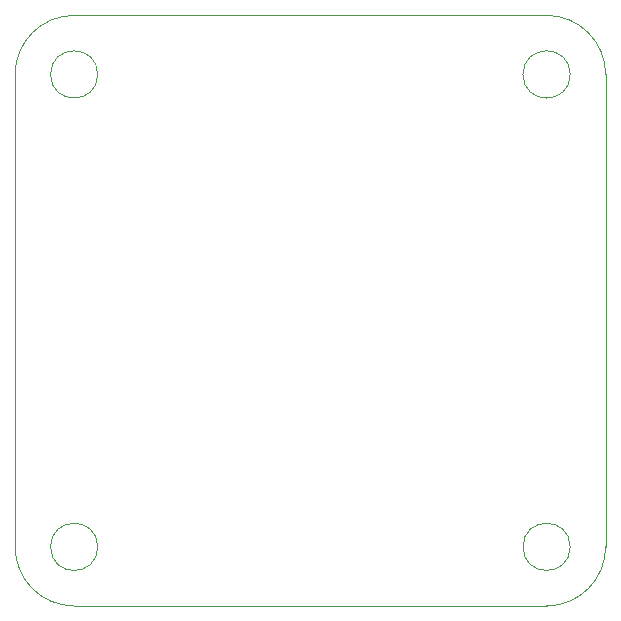
<source format=gm1>
G04 #@! TF.GenerationSoftware,KiCad,Pcbnew,9.0.2-9.0.2-0~ubuntu24.04.1*
G04 #@! TF.CreationDate,2025-06-08T21:46:17-05:00*
G04 #@! TF.ProjectId,FC,46432e6b-6963-4616-945f-706362585858,rev?*
G04 #@! TF.SameCoordinates,Original*
G04 #@! TF.FileFunction,Profile,NP*
%FSLAX46Y46*%
G04 Gerber Fmt 4.6, Leading zero omitted, Abs format (unit mm)*
G04 Created by KiCad (PCBNEW 9.0.2-9.0.2-0~ubuntu24.04.1) date 2025-06-08 21:46:17*
%MOMM*%
%LPD*%
G01*
G04 APERTURE LIST*
G04 #@! TA.AperFunction,Profile*
%ADD10C,0.050000*%
G04 #@! TD*
G04 APERTURE END LIST*
D10*
X195000000Y-50000000D02*
G75*
G02*
X200000000Y-55000000I0J-5000000D01*
G01*
X200000000Y-95000000D02*
X200000000Y-55000000D01*
X197000000Y-95000000D02*
G75*
G02*
X193000000Y-95000000I-2000000J0D01*
G01*
X193000000Y-95000000D02*
G75*
G02*
X197000000Y-95000000I2000000J0D01*
G01*
X150000000Y-55000000D02*
G75*
G02*
X155000000Y-50000000I5000000J0D01*
G01*
X155000000Y-100000000D02*
G75*
G02*
X150000000Y-95000000I0J5000000D01*
G01*
X155000000Y-100000000D02*
X195000000Y-100000000D01*
X155000000Y-50000000D02*
X195000000Y-50000000D01*
X157000000Y-55000000D02*
G75*
G02*
X153000000Y-55000000I-2000000J0D01*
G01*
X153000000Y-55000000D02*
G75*
G02*
X157000000Y-55000000I2000000J0D01*
G01*
X157000000Y-95000000D02*
G75*
G02*
X153000000Y-95000000I-2000000J0D01*
G01*
X153000000Y-95000000D02*
G75*
G02*
X157000000Y-95000000I2000000J0D01*
G01*
X200000000Y-95000000D02*
G75*
G02*
X195000000Y-100000000I-5000000J0D01*
G01*
X197000000Y-55000000D02*
G75*
G02*
X193000000Y-55000000I-2000000J0D01*
G01*
X193000000Y-55000000D02*
G75*
G02*
X197000000Y-55000000I2000000J0D01*
G01*
X150000000Y-55000000D02*
X150000000Y-95000000D01*
M02*

</source>
